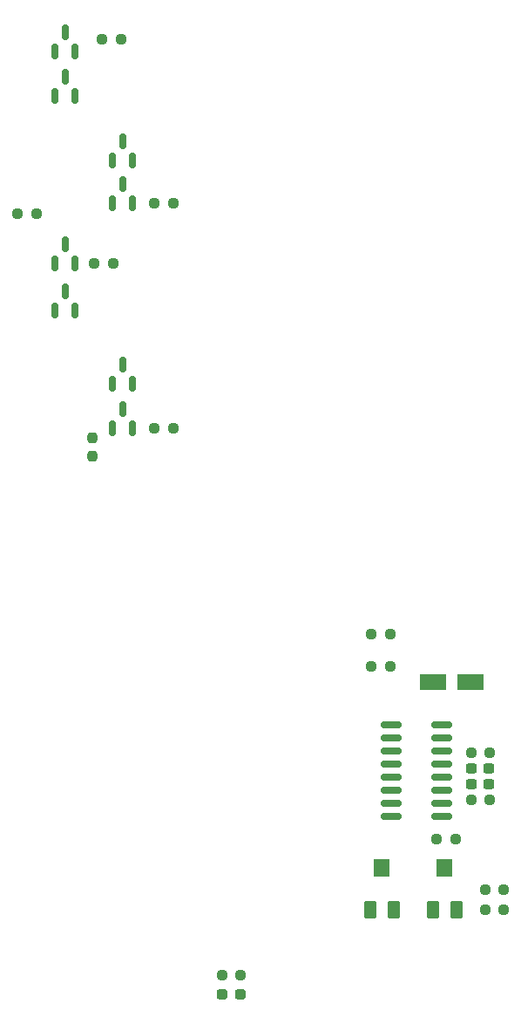
<source format=gbr>
%TF.GenerationSoftware,KiCad,Pcbnew,9.0.3*%
%TF.CreationDate,2025-08-30T18:12:17-03:00*%
%TF.ProjectId,PCB_Conversor,5043425f-436f-46e7-9665-72736f722e6b,rev?*%
%TF.SameCoordinates,Original*%
%TF.FileFunction,Paste,Top*%
%TF.FilePolarity,Positive*%
%FSLAX46Y46*%
G04 Gerber Fmt 4.6, Leading zero omitted, Abs format (unit mm)*
G04 Created by KiCad (PCBNEW 9.0.3) date 2025-08-30 18:12:17*
%MOMM*%
%LPD*%
G01*
G04 APERTURE LIST*
G04 Aperture macros list*
%AMRoundRect*
0 Rectangle with rounded corners*
0 $1 Rounding radius*
0 $2 $3 $4 $5 $6 $7 $8 $9 X,Y pos of 4 corners*
0 Add a 4 corners polygon primitive as box body*
4,1,4,$2,$3,$4,$5,$6,$7,$8,$9,$2,$3,0*
0 Add four circle primitives for the rounded corners*
1,1,$1+$1,$2,$3*
1,1,$1+$1,$4,$5*
1,1,$1+$1,$6,$7*
1,1,$1+$1,$8,$9*
0 Add four rect primitives between the rounded corners*
20,1,$1+$1,$2,$3,$4,$5,0*
20,1,$1+$1,$4,$5,$6,$7,0*
20,1,$1+$1,$6,$7,$8,$9,0*
20,1,$1+$1,$8,$9,$2,$3,0*%
G04 Aperture macros list end*
%ADD10RoundRect,0.237500X-0.250000X-0.237500X0.250000X-0.237500X0.250000X0.237500X-0.250000X0.237500X0*%
%ADD11RoundRect,0.250000X-1.050000X-0.550000X1.050000X-0.550000X1.050000X0.550000X-1.050000X0.550000X0*%
%ADD12RoundRect,0.237500X0.250000X0.237500X-0.250000X0.237500X-0.250000X-0.237500X0.250000X-0.237500X0*%
%ADD13RoundRect,0.237500X0.237500X-0.250000X0.237500X0.250000X-0.237500X0.250000X-0.237500X-0.250000X0*%
%ADD14RoundRect,0.150000X0.150000X-0.587500X0.150000X0.587500X-0.150000X0.587500X-0.150000X-0.587500X0*%
%ADD15RoundRect,0.250000X0.350000X0.625000X-0.350000X0.625000X-0.350000X-0.625000X0.350000X-0.625000X0*%
%ADD16RoundRect,0.250000X0.550000X0.625000X-0.550000X0.625000X-0.550000X-0.625000X0.550000X-0.625000X0*%
%ADD17RoundRect,0.253000X0.347000X0.622000X-0.347000X0.622000X-0.347000X-0.622000X0.347000X-0.622000X0*%
%ADD18RoundRect,0.237500X0.287500X0.237500X-0.287500X0.237500X-0.287500X-0.237500X0.287500X-0.237500X0*%
%ADD19RoundRect,0.237500X-0.300000X-0.237500X0.300000X-0.237500X0.300000X0.237500X-0.300000X0.237500X0*%
%ADD20RoundRect,0.237500X0.300000X0.237500X-0.300000X0.237500X-0.300000X-0.237500X0.300000X-0.237500X0*%
%ADD21RoundRect,0.150000X0.825000X0.150000X-0.825000X0.150000X-0.825000X-0.150000X0.825000X-0.150000X0*%
G04 APERTURE END LIST*
D10*
%TO.C,R31*%
X108082000Y-120788246D03*
X109907000Y-120788246D03*
%TD*%
%TO.C,R25*%
X77306500Y-89325246D03*
X79131500Y-89325246D03*
%TD*%
D11*
%TO.C,C16*%
X104424000Y-113930246D03*
X108024000Y-113930246D03*
%TD*%
D10*
%TO.C,R22*%
X64009900Y-68427600D03*
X65834900Y-68427600D03*
%TD*%
%TO.C,R23*%
X72226500Y-51530046D03*
X74051500Y-51530046D03*
%TD*%
D12*
%TO.C,R2*%
X85712000Y-142378246D03*
X83887000Y-142378246D03*
%TD*%
%TO.C,R32*%
X100213500Y-112439246D03*
X98388500Y-112439246D03*
%TD*%
D13*
%TO.C,R24*%
X71272400Y-92047700D03*
X71272400Y-90222700D03*
%TD*%
D10*
%TO.C,R29*%
X109437500Y-134123246D03*
X111262500Y-134123246D03*
%TD*%
D14*
%TO.C,Q14*%
X73271000Y-63290246D03*
X75171000Y-63290246D03*
X74221000Y-61415246D03*
%TD*%
D15*
%TO.C,RV2*%
X100578000Y-136021246D03*
D16*
X99428000Y-131971246D03*
D17*
X98278000Y-136021246D03*
%TD*%
D10*
%TO.C,R21*%
X77306500Y-67481246D03*
X79131500Y-67481246D03*
%TD*%
%TO.C,R40*%
X104762000Y-129170246D03*
X106587000Y-129170246D03*
%TD*%
D18*
%TO.C,D6*%
X85684000Y-144283246D03*
X83934000Y-144283246D03*
%TD*%
D14*
%TO.C,Q23*%
X67678000Y-77895246D03*
X69578000Y-77895246D03*
X68628000Y-76020246D03*
%TD*%
D15*
%TO.C,RV1*%
X106674000Y-136021246D03*
D16*
X105524000Y-131971246D03*
D17*
X104374000Y-136021246D03*
%TD*%
D12*
%TO.C,R28*%
X111262500Y-136028246D03*
X109437500Y-136028246D03*
%TD*%
%TO.C,R33*%
X100248616Y-109319252D03*
X98423616Y-109319252D03*
%TD*%
D19*
%TO.C,C14*%
X108131200Y-123836246D03*
X109856200Y-123836246D03*
%TD*%
D14*
%TO.C,Q22*%
X67678000Y-73323246D03*
X69578000Y-73323246D03*
X68628000Y-71448246D03*
%TD*%
%TO.C,Q16*%
X67683000Y-52719246D03*
X69583000Y-52719246D03*
X68633000Y-50844246D03*
%TD*%
D10*
%TO.C,R26*%
X71464500Y-73323246D03*
X73289500Y-73323246D03*
%TD*%
%TO.C,R30*%
X108082000Y-125360246D03*
X109907000Y-125360246D03*
%TD*%
D14*
%TO.C,Q17*%
X67683000Y-57067246D03*
X69583000Y-57067246D03*
X68633000Y-55192246D03*
%TD*%
%TO.C,Q20*%
X73266000Y-85007246D03*
X75166000Y-85007246D03*
X74216000Y-83132246D03*
%TD*%
D20*
%TO.C,C15*%
X109856200Y-122312246D03*
X108131200Y-122312246D03*
%TD*%
D21*
%TO.C,U12*%
X105270000Y-127011246D03*
X105270000Y-125741246D03*
X105270000Y-124471246D03*
X105270000Y-123201246D03*
X105270000Y-121931246D03*
X105270000Y-120661246D03*
X105270000Y-119391246D03*
X105270000Y-118121246D03*
X100320000Y-118121246D03*
X100320000Y-119391246D03*
X100320000Y-120661246D03*
X100320000Y-121931246D03*
X100320000Y-123201246D03*
X100320000Y-124471246D03*
X100320000Y-125741246D03*
X100320000Y-127011246D03*
%TD*%
D14*
%TO.C,Q19*%
X73266000Y-89325246D03*
X75166000Y-89325246D03*
X74216000Y-87450246D03*
%TD*%
%TO.C,Q13*%
X73271000Y-67481246D03*
X75171000Y-67481246D03*
X74221000Y-65606246D03*
%TD*%
M02*

</source>
